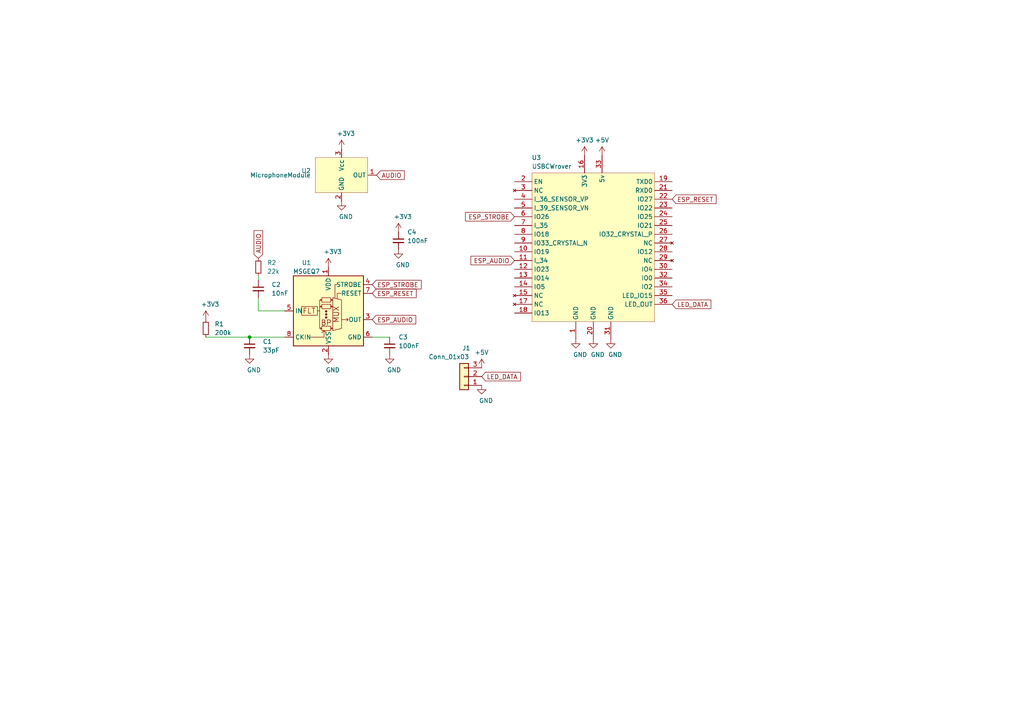
<source format=kicad_sch>
(kicad_sch (version 20200618) (host eeschema "(5.99.0-2290-gd34f8fd4b)")
  (page 1 1)
  (paper "A4")
  (lib_symbols
    (symbol "Audio:MSGEQ7" (pin_names (offset 0.508))
      (property "Reference" "U" (at -2.54 13.97 0))
      (property "Value" "MSGEQ7" (at -2.54 11.43 0))
      (symbol "MSGEQ7_0_1"
        (circle (center -0.635 -1.905) (radius 0.254) (fill (type outline)))
        (circle (center -0.635 -1.016) (radius 0.254) (fill (type outline)))
        (circle (center -0.635 -0.127) (radius 0.254) (fill (type outline)))
        (rectangle (start -3.175 -1.27) (end -7.747 1.27))
        (rectangle (start -1.905 -4.445) (end 0.635 -5.715))
        (rectangle (start -1.905 1.905) (end 0.635 0.635))
        (rectangle (start 0.635 2.54) (end -1.905 3.81))
        (rectangle (start 10.16 10.16) (end -10.16 -10.16) (stroke (width 0.254)) (fill (type background)))
        (polyline (pts (xy -3.175 0) (xy -2.54 0)))
        (polyline (pts (xy -2.54 1.27) (xy -1.905 1.27)))
        (polyline (pts (xy 0.635 -5.08) (xy 1.27 -5.08)))
        (polyline (pts (xy 0.635 1.27) (xy 1.27 1.27)))
        (polyline (pts (xy 0.635 3.175) (xy 1.27 3.175)))
        (polyline (pts (xy 3.81 -2.54) (xy 5.715 -2.54)))
        (polyline (pts (xy 5.715 -2.54) (xy 5.334 -2.921)))
        (polyline (pts (xy 5.715 -2.54) (xy 5.334 -2.159)))
        (polyline (pts (xy -2.286 -4.826) (xy -2.032 -5.08) (xy -2.286 -5.334)))
        (polyline (pts (xy -2.286 1.524) (xy -2.032 1.27) (xy -2.286 1.016)))
        (polyline (pts (xy -2.286 3.429) (xy -2.032 3.175) (xy -2.286 2.921)))
        (polyline (pts (xy 0.889 -4.826) (xy 1.143 -5.08) (xy 0.889 -5.334)))
        (polyline (pts (xy 0.889 1.524) (xy 1.143 1.27) (xy 0.889 1.016)))
        (polyline (pts (xy 0.889 3.429) (xy 1.143 3.175) (xy 0.889 2.921)))
        (polyline (pts (xy -1.905 3.175) (xy -2.54 3.175) (xy -2.54 -5.08) (xy -1.905 -5.08)))
        (polyline (pts (xy 1.27 3.81) (xy 1.27 -5.715) (xy 3.81 -5.08) (xy 3.81 3.175) (xy 1.27 3.81)))
      )
      (symbol "MSGEQ7_0_0"
        (text "BP" (at -0.635 -3.429 0) (effects (font (size 1.524 1.524))))
        (text "FLT" (at -5.588 0 0) (effects (font (size 1.524 1.524))))
        (text "MUX" (at 2.286 -1.016 900) (effects (font (size 1.524 1.524))))
        (polyline (pts (xy -5.08 -7.62) (xy -1.27 -7.62) (xy -1.27 -5.715)))
        (polyline (pts (xy -1.905 -6.35) (xy -1.27 -5.715) (xy -0.635 -6.35)))
        (polyline (pts (xy 2.54 7.62) (xy 1.905 7.62) (xy 1.905 3.683)))
        (polyline (pts (xy 3.81 5.08) (xy 2.54 5.08) (xy 2.54 3.556)))
      )
      (symbol "MSGEQ7_1_1"
        (pin power_in line (at 0 12.7 270) (length 2.54) (name "VDD") (number "1"))
        (pin power_in line (at 0 -12.7 90) (length 2.54) (name "VSS") (number "2"))
        (pin output line (at 12.7 -2.54 180) (length 2.54) (name "OUT") (number "3"))
        (pin input line (at 12.7 7.62 180) (length 2.54) (name "STROBE") (number "4"))
        (pin input line (at -12.7 0 0) (length 2.54) (name "IN") (number "5"))
        (pin power_out line (at 12.7 -7.62 180) (length 2.54) (name "GND") (number "6"))
        (pin input line (at 12.7 5.08 180) (length 2.54) (name "RESET") (number "7"))
        (pin input line (at -12.7 -7.62 0) (length 2.54) (name "CKIN") (number "8"))
      )
    )
    (symbol "Connector_Generic:Conn_01x03" (pin_names hide)
      (property "Reference" "J" (at 0 5.08 0))
      (property "Value" "Conn_01x03" (at 0 -5.08 0))
      (symbol "Conn_01x03_1_1"
        (rectangle (start -1.27 -2.413) (end 0 -2.667) (stroke (width 0.1524)))
        (rectangle (start -1.27 2.667) (end 0 2.413) (stroke (width 0.1524)))
        (rectangle (start -1.27 3.81) (end 1.27 -3.81) (stroke (width 0.254)) (fill (type background)))
        (rectangle (start -1.27 0.127) (end 0 -0.127) (stroke (width 0.1524)))
        (pin passive line (at -5.08 2.54 0) (length 3.81) (name "Pin_1") (number "1"))
        (pin passive line (at -5.08 0 0) (length 3.81) (name "Pin_2") (number "2"))
        (pin passive line (at -5.08 -2.54 0) (length 3.81) (name "Pin_3") (number "3"))
      )
    )
    (symbol "Device:C_Small" (pin_numbers hide) (pin_names (offset 0.254) hide)
      (property "Reference" "C" (at 0.254 1.778 0))
      (property "Value" "C_Small" (at 0.254 -2.032 0))
      (symbol "C_Small_0_1"
        (polyline (pts (xy -1.524 -0.508) (xy 1.524 -0.508)) (stroke (width 0.3302)))
        (polyline (pts (xy -1.524 0.508) (xy 1.524 0.508)) (stroke (width 0.3048)))
      )
      (symbol "C_Small_1_1"
        (pin passive line (at 0 2.54 270) (length 2.032) (name "~") (number "1"))
        (pin passive line (at 0 -2.54 90) (length 2.032) (name "~") (number "2"))
      )
    )
    (symbol "Device:R_Small" (pin_numbers hide) (pin_names (offset 0.254) hide)
      (property "Reference" "R" (at 0.762 0.508 0))
      (property "Value" "R_Small" (at 0.762 -1.016 0))
      (symbol "R_Small_0_1"
        (rectangle (start -0.762 1.778) (end 0.762 -1.778) (stroke (width 0.2032)))
      )
      (symbol "R_Small_1_1"
        (pin passive line (at 0 2.54 270) (length 0.762) (name "~") (number "1"))
        (pin passive line (at 0 -2.54 90) (length 0.762) (name "~") (number "2"))
      )
    )
    (symbol "audio-esp32:MicrophoneModule"
      (property "Reference" "U" (at 0 14.224 0))
      (property "Value" "MicrophoneModule" (at 0 16.129 0))
      (symbol "MicrophoneModule_0_1"
        (rectangle (start 7.62 5.08) (end -7.62 -5.08) (stroke (width 0.001)) (fill (type background)))
      )
      (symbol "MicrophoneModule_1_1"
        (pin power_in line (at 0 7.62 270) (length 2.54) (name "Vcc") (number "3"))
        (pin power_in line (at 0 -7.62 90) (length 2.54) (name "GND") (number "2"))
        (pin output line (at 10.16 0 180) (length 2.54) (name "OUT") (number "1"))
      )
    )
    (symbol "f0xparts:USBCWrover"
      (property "Reference" "U" (at -16.51 25.4 0))
      (property "Value" "USBCWrover" (at -11.43 22.86 0))
      (symbol "USBCWrover_0_1"
        (rectangle (start -17.78 20.32) (end 17.78 -22.86) (stroke (width 0.001)) (fill (type background)))
      )
      (symbol "USBCWrover_1_1"
        (pin power_in line (at 0 -27.94 90) (length 5.08) (name "GND") (number "20"))
        (pin power_in line (at -2.54 25.4 270) (length 5.08) (name "3V3") (number "16"))
        (pin input line (at -22.86 17.78 0) (length 5.08) (name "EN") (number "2"))
        (pin input line (at -22.86 12.7 0) (length 5.08) (name "I_36_SENSOR_VP") (number "4"))
        (pin input line (at -22.86 10.16 0) (length 5.08) (name "I_39_SENSOR_VN") (number "5"))
        (pin input line (at -22.86 -5.08 0) (length 5.08) (name "I_34") (number "11"))
        (pin input line (at -22.86 5.08 0) (length 5.08) (name "I_35") (number "7"))
        (pin bidirectional line (at 22.86 2.54 180) (length 5.08) (name "IO32_CRYSTAL_P") (number "26"))
        (pin bidirectional line (at -22.86 0 0) (length 5.08) (name "IO33_CRYSTAL_N") (number "9"))
        (pin bidirectional line (at 22.86 7.62 180) (length 5.08) (name "IO25") (number "24"))
        (pin bidirectional line (at -22.86 7.62 0) (length 5.08) (name "IO26") (number "6"))
        (pin bidirectional line (at 22.86 12.7 180) (length 5.08) (name "IO27") (number "22"))
        (pin bidirectional line (at -22.86 -10.16 0) (length 5.08) (name "IO14") (number "13"))
        (pin bidirectional line (at 22.86 -2.54 180) (length 5.08) (name "IO12") (number "28"))
        (pin bidirectional line (at -22.86 -20.32 0) (length 5.08) (name "IO13") (number "18"))
        (pin bidirectional line (at -22.86 2.54 0) (length 5.08) (name "IO18") (number "8"))
        (pin bidirectional line (at -22.86 -2.54 0) (length 5.08) (name "IO19") (number "10"))
        (pin bidirectional line (at 22.86 -15.24 180) (length 5.08) (name "LED_IO15") (number "35"))
        (pin bidirectional line (at 22.86 5.08 180) (length 5.08) (name "IO21") (number "25"))
        (pin bidirectional line (at 22.86 -12.7 180) (length 5.08) (name "IO2") (number "34"))
        (pin input line (at 22.86 15.24 180) (length 5.08) (name "RXD0") (number "21"))
        (pin bidirectional line (at 22.86 -10.16 180) (length 5.08) (name "IO0") (number "32"))
        (pin output line (at 22.86 17.78 180) (length 5.08) (name "TXD0") (number "19"))
        (pin bidirectional line (at 22.86 -7.62 180) (length 5.08) (name "IO4") (number "30"))
        (pin bidirectional line (at 22.86 10.16 180) (length 5.08) (name "IO22") (number "23"))
        (pin bidirectional line (at -22.86 -7.62 0) (length 5.08) (name "IO23") (number "12"))
        (pin bidirectional line (at -22.86 -12.7 0) (length 5.08) (name "IO5") (number "14"))
        (pin power_in line (at 2.54 25.4 270) (length 5.08) (name "5v") (number "33"))
        (pin power_in line (at -5.08 -27.94 90) (length 5.08) (name "GND") (number "1"))
        (pin power_in line (at 5.08 -27.94 90) (length 5.08) (name "GND") (number "31"))
        (pin unconnected line (at -22.86 15.24 0) (length 5.08) (name "NC") (number "3"))
        (pin unconnected line (at -22.86 -15.24 0) (length 5.08) (name "NC") (number "15"))
        (pin unconnected line (at -22.86 -17.78 0) (length 5.08) (name "NC") (number "17"))
        (pin unconnected line (at 22.86 0 180) (length 5.08) (name "NC") (number "27"))
        (pin unconnected line (at 22.86 -5.08 180) (length 5.08) (name "NC") (number "29"))
        (pin output line (at 22.86 -17.78 180) (length 5.08) (name "LED_OUT") (number "36"))
      )
    )
    (symbol "power:+3V3" (power) (pin_names (offset 0))
      (property "Value" "+3V3" (at 0 3.556 0))
      (symbol "+3V3_0_1"
        (polyline (pts (xy -0.762 1.27) (xy 0 2.54)))
        (polyline (pts (xy 0 0) (xy 0 2.54)))
        (polyline (pts (xy 0 2.54) (xy 0.762 1.27)))
      )
      (symbol "+3V3_1_1"
        (pin power_in line (at 0 0 90) (length 0) hide (name "+3V3") (number "1"))
      )
    )
    (symbol "power:+5V" (power) (pin_names (offset 0))
      (property "Value" "+5V" (at 0 3.556 0))
      (symbol "+5V_0_1"
        (polyline (pts (xy -0.762 1.27) (xy 0 2.54)))
        (polyline (pts (xy 0 0) (xy 0 2.54)))
        (polyline (pts (xy 0 2.54) (xy 0.762 1.27)))
      )
      (symbol "+5V_1_1"
        (pin power_in line (at 0 0 90) (length 0) hide (name "+5V") (number "1"))
      )
    )
    (symbol "power:GND" (power) (pin_names (offset 0))
      (property "Value" "GND" (at 0 -3.81 0))
      (symbol "GND_0_1"
        (polyline (pts (xy 0 0) (xy 0 -1.27) (xy 1.27 -1.27) (xy 0 -2.54) (xy -1.27 -1.27) (xy 0 -1.27)))
      )
      (symbol "GND_1_1"
        (pin power_in line (at 0 0 270) (length 0) hide (name "GND") (number "1"))
      )
    )
  )
  (junction (at 72.39 97.79))
  (wire (pts (xy 72.39 97.79) (xy 59.69 97.79)))
  (wire (pts (xy 74.93 80.01) (xy 74.93 81.28)))
  (wire (pts (xy 74.93 90.17) (xy 74.93 86.36)))
  (wire (pts (xy 82.55 90.17) (xy 74.93 90.17)))
  (wire (pts (xy 82.55 97.79) (xy 72.39 97.79)))
  (wire (pts (xy 113.03 97.79) (xy 107.95 97.79)))
  (global_label "AUDIO" (shape input) (at 74.93 74.93 90))
  (global_label "ESP_STROBE" (shape input) (at 107.95 82.55 0))
  (global_label "ESP_RESET" (shape input) (at 107.95 85.09 0))
  (global_label "ESP_AUDIO" (shape input) (at 107.95 92.71 0))
  (global_label "AUDIO" (shape input) (at 109.22 50.8 0))
  (global_label "LED_DATA" (shape input) (at 139.7 109.22 0))
  (global_label "ESP_STROBE" (shape input) (at 149.225 62.865 180))
  (global_label "ESP_AUDIO" (shape input) (at 149.225 75.565 180))
  (global_label "ESP_RESET" (shape input) (at 194.945 57.785 0))
  (global_label "LED_DATA" (shape input) (at 194.945 88.265 0))
  (symbol (lib_id "power:+3V3") (at 59.69 92.71 0) (unit 1)
    (property "Reference" "#PWR01" (effects hide))
    (property "Value" "+3V3" (at 60.96 88.265 0))
  )
  (symbol (lib_id "power:+3V3") (at 95.25 77.47 0) (unit 1)
    (property "Reference" "#PWR03" (effects hide))
    (property "Value" "+3V3" (at 96.52 73.025 0))
  )
  (symbol (lib_id "power:+3V3") (at 99.06 43.18 0) (unit 1)
    (property "Reference" "#PWR05" (effects hide))
    (property "Value" "+3V3" (at 100.33 38.735 0))
  )
  (symbol (lib_id "power:+3V3") (at 115.57 67.31 0) (unit 1)
    (property "Reference" "#PWR08" (effects hide))
    (property "Value" "+3V3" (at 116.84 62.865 0))
  )
  (symbol (lib_id "power:+5V") (at 139.7 106.68 0) (unit 1)
    (property "Reference" "#PWR0101" (effects hide))
    (property "Value" "+5V" (at 139.7 102.235 0))
  )
  (symbol (lib_id "power:+3V3") (at 169.545 45.085 0) (unit 1)
    (property "Reference" "#PWR011" (effects hide))
    (property "Value" "+3V3" (at 169.545 40.64 0))
  )
  (symbol (lib_id "power:+5V") (at 174.625 45.085 0) (unit 1)
    (property "Reference" "#PWR0103" (effects hide))
    (property "Value" "+5V" (at 174.625 40.64 0))
  )
  (symbol (lib_id "power:GND") (at 72.39 102.87 0) (unit 1)
    (property "Reference" "#PWR02" (effects hide))
    (property "Value" "GND" (at 73.66 107.315 0))
  )
  (symbol (lib_id "power:GND") (at 95.25 102.87 0) (unit 1)
    (property "Reference" "#PWR04" (effects hide))
    (property "Value" "GND" (at 96.52 107.315 0))
  )
  (symbol (lib_id "power:GND") (at 99.06 58.42 0) (unit 1)
    (property "Reference" "#PWR06" (effects hide))
    (property "Value" "GND" (at 100.33 62.865 0))
  )
  (symbol (lib_id "power:GND") (at 113.03 102.87 0) (unit 1)
    (property "Reference" "#PWR07" (effects hide))
    (property "Value" "GND" (at 114.3 107.315 0))
  )
  (symbol (lib_id "power:GND") (at 115.57 72.39 0) (unit 1)
    (property "Reference" "#PWR09" (effects hide))
    (property "Value" "GND" (at 116.84 76.835 0))
  )
  (symbol (lib_id "power:GND") (at 139.7 111.76 0) (unit 1)
    (property "Reference" "#PWR0102" (effects hide))
    (property "Value" "GND" (at 140.97 116.205 0))
  )
  (symbol (lib_id "power:GND") (at 167.005 98.425 0) (unit 1)
    (property "Reference" "#PWR010" (effects hide))
    (property "Value" "GND" (at 168.275 102.87 0))
  )
  (symbol (lib_id "power:GND") (at 172.085 98.425 0) (unit 1)
    (property "Reference" "#PWR012" (effects hide))
    (property "Value" "GND" (at 173.355 102.87 0))
  )
  (symbol (lib_id "power:GND") (at 177.165 98.425 0) (unit 1)
    (property "Reference" "#PWR013" (effects hide))
    (property "Value" "GND" (at 178.435 102.87 0))
  )
  (symbol (lib_id "Device:R_Small") (at 59.69 95.25 0) (unit 1)
    (property "Reference" "R1" (at 62.23 93.98 0) (effects (justify left)))
    (property "Value" "200k" (at 62.23 96.52 0) (effects (justify left)))
    (property "Footprint" "Resistor_SMD:R_0603_1608Metric" (effects hide))
  )
  (symbol (lib_id "Device:R_Small") (at 74.93 77.47 0) (unit 1)
    (property "Reference" "R2" (at 77.47 76.2 0) (effects (justify left)))
    (property "Value" "22k" (at 77.47 78.74 0) (effects (justify left)))
    (property "Footprint" "Resistor_SMD:R_0603_1608Metric" (effects hide))
  )
  (symbol (lib_id "Device:C_Small") (at 72.39 100.33 0) (unit 1)
    (property "Reference" "C1" (at 76.2 99.06 0) (effects (justify left)))
    (property "Value" "33pF" (at 76.2 101.6 0) (effects (justify left)))
    (property "Footprint" "Capacitor_SMD:C_0603_1608Metric" (effects hide))
  )
  (symbol (lib_id "Device:C_Small") (at 74.93 83.82 0) (unit 1)
    (property "Reference" "C2" (at 78.74 82.55 0) (effects (justify left)))
    (property "Value" "10nF" (at 78.74 85.09 0) (effects (justify left)))
    (property "Footprint" "Capacitor_SMD:C_0603_1608Metric" (effects hide))
  )
  (symbol (lib_id "Device:C_Small") (at 113.03 100.33 0) (unit 1)
    (property "Reference" "C3" (at 115.57 97.79 0) (effects (justify left)))
    (property "Value" "100nF" (at 115.57 100.33 0) (effects (justify left)))
    (property "Footprint" "Capacitor_SMD:C_0603_1608Metric" (effects hide))
  )
  (symbol (lib_id "Device:C_Small") (at 115.57 69.85 0) (unit 1)
    (property "Reference" "C4" (at 118.11 67.31 0) (effects (justify left)))
    (property "Value" "100nF" (at 118.11 69.85 0) (effects (justify left)))
    (property "Footprint" "Capacitor_SMD:C_0603_1608Metric" (effects hide))
  )
  (symbol (lib_id "Connector_Generic:Conn_01x03") (at 134.62 109.22 180) (unit 1)
    (property "Reference" "J1" (at 135.255 100.965 0))
    (property "Value" "Conn_01x03" (at 130.175 103.505 0))
    (property "Footprint" "Connector_PinSocket_2.54mm:PinSocket_1x03_P2.54mm_Vertical" (effects hide))
  )
  (symbol (lib_id "audio-esp32:MicrophoneModule") (at 99.06 50.8 0) (unit 1)
    (property "Reference" "U2" (at 90.17 49.53 0) (effects (justify right)))
    (property "Value" "MicrophoneModule" (at 90.17 50.8 0) (effects (justify right)))
    (property "Footprint" "audio-esp32:MicrophoneModule" (effects hide))
  )
  (symbol (lib_id "Audio:MSGEQ7") (at 95.25 90.17 0) (unit 1)
    (property "Reference" "U1" (at 88.9 76.2 0))
    (property "Value" "MSGEQ7" (at 88.9 78.74 0))
    (property "Footprint" "Package_DIP:DIP-8_W7.62mm" (effects hide))
    (property "Datasheet" "http://mix-sig.com/images/datasheets/MSGEQ7.pdf" (effects hide))
  )
  (symbol (lib_id "f0xparts:USBCWrover") (at 172.085 70.485 0) (unit 1)
    (property "Reference" "U3" (at 155.575 45.72 0))
    (property "Value" "USBCWrover" (at 160.02 48.26 0))
    (property "Footprint" "f0xparts:USBCWrover" (effects hide))
  )
)
</source>
